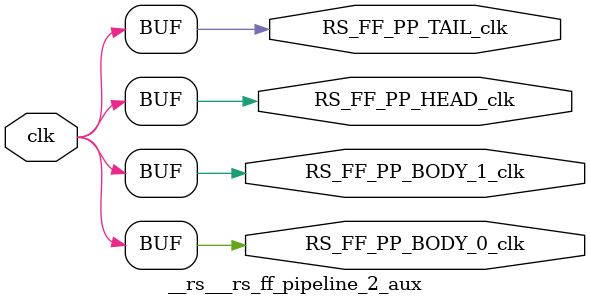
<source format=v>
`timescale 1 ns / 1 ps
module __rs___rs_ff_pipeline_2_aux #(
    parameter DATA_WIDTH      = 32,
    parameter HEAD_LEVEL      = 0,
    parameter BODY_LEVEL      = 2,
    parameter TAIL_LEVEL      = 0,
    parameter __HEAD_REGION   = "",
    parameter __BODY_0_REGION = "",
    parameter __BODY_1_REGION = "",
    parameter __TAIL_REGION   = ""
) (
    output wire RS_FF_PP_BODY_0_clk,
    output wire RS_FF_PP_BODY_1_clk,
    output wire RS_FF_PP_HEAD_clk,
    output wire RS_FF_PP_TAIL_clk,
    input wire  clk
);
  wire [DATA_WIDTH-1:0] body_dout_0;
  wire [DATA_WIDTH-1:0] body_dout_1;
  wire [DATA_WIDTH-1:0] body_dout_2;
  assign RS_FF_PP_HEAD_clk = clk;
  assign RS_FF_PP_BODY_0_clk = clk;
  assign RS_FF_PP_BODY_1_clk = clk;
  assign RS_FF_PP_TAIL_clk = clk;
endmodule
</source>
